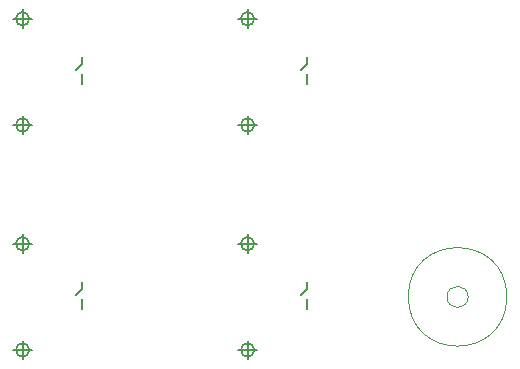
<source format=gbo>
G04 #@! TF.FileFunction,Legend,Bot*
%FSLAX46Y46*%
G04 Gerber Fmt 4.6, Leading zero omitted, Abs format (unit mm)*
G04 Created by KiCad (PCBNEW 4.0.1-4.201602120846+6195~38~ubuntu15.10.1-stable) date Mon 15 Feb 2016 03:11:55 PM IST*
%MOMM*%
G01*
G04 APERTURE LIST*
%ADD10C,0.100000*%
%ADD11C,0.203200*%
%ADD12C,0.127000*%
%ADD13C,0.101600*%
G04 APERTURE END LIST*
D10*
D11*
X161716720Y-107287060D02*
X161716720Y-107886500D01*
X161716720Y-107886500D02*
X161216340Y-108386880D01*
X161716720Y-108783120D02*
X161716720Y-109583220D01*
D12*
X157281960Y-113083340D02*
G75*
G03X157281960Y-113083340I-563960J0D01*
G01*
X155920440Y-113083340D02*
X157515560Y-113083340D01*
X156718000Y-112283240D02*
X156718000Y-113883440D01*
X157281960Y-104086660D02*
G75*
G03X157281960Y-104086660I-563960J0D01*
G01*
X155920440Y-104086660D02*
X157515560Y-104086660D01*
X156718000Y-103286560D02*
X156718000Y-104886760D01*
D11*
X142666720Y-88237060D02*
X142666720Y-88836500D01*
X142666720Y-88836500D02*
X142166340Y-89336880D01*
X142666720Y-89733120D02*
X142666720Y-90533220D01*
D12*
X138231960Y-94033340D02*
G75*
G03X138231960Y-94033340I-563960J0D01*
G01*
X136870440Y-94033340D02*
X138465560Y-94033340D01*
X137668000Y-93233240D02*
X137668000Y-94833440D01*
X138231960Y-85036660D02*
G75*
G03X138231960Y-85036660I-563960J0D01*
G01*
X136870440Y-85036660D02*
X138465560Y-85036660D01*
X137668000Y-84236560D02*
X137668000Y-85836760D01*
D11*
X161716720Y-88237060D02*
X161716720Y-88836500D01*
X161716720Y-88836500D02*
X161216340Y-89336880D01*
X161716720Y-89733120D02*
X161716720Y-90533220D01*
D12*
X157281960Y-94033340D02*
G75*
G03X157281960Y-94033340I-563960J0D01*
G01*
X155920440Y-94033340D02*
X157515560Y-94033340D01*
X156718000Y-93233240D02*
X156718000Y-94833440D01*
X157281960Y-85036660D02*
G75*
G03X157281960Y-85036660I-563960J0D01*
G01*
X155920440Y-85036660D02*
X157515560Y-85036660D01*
X156718000Y-84236560D02*
X156718000Y-85836760D01*
D11*
X142666720Y-107287060D02*
X142666720Y-107886500D01*
X142666720Y-107886500D02*
X142166340Y-108386880D01*
X142666720Y-108783120D02*
X142666720Y-109583220D01*
D12*
X138231960Y-113083340D02*
G75*
G03X138231960Y-113083340I-563960J0D01*
G01*
X136870440Y-113083340D02*
X138465560Y-113083340D01*
X137668000Y-112283240D02*
X137668000Y-113883440D01*
X138231960Y-104086660D02*
G75*
G03X138231960Y-104086660I-563960J0D01*
G01*
X136870440Y-104086660D02*
X138465560Y-104086660D01*
X137668000Y-103286560D02*
X137668000Y-104886760D01*
D13*
X178668431Y-108585000D02*
G75*
G03X178668431Y-108585000I-4170431J0D01*
G01*
X175396026Y-108585000D02*
G75*
G03X175396026Y-108585000I-898026J0D01*
G01*
M02*

</source>
